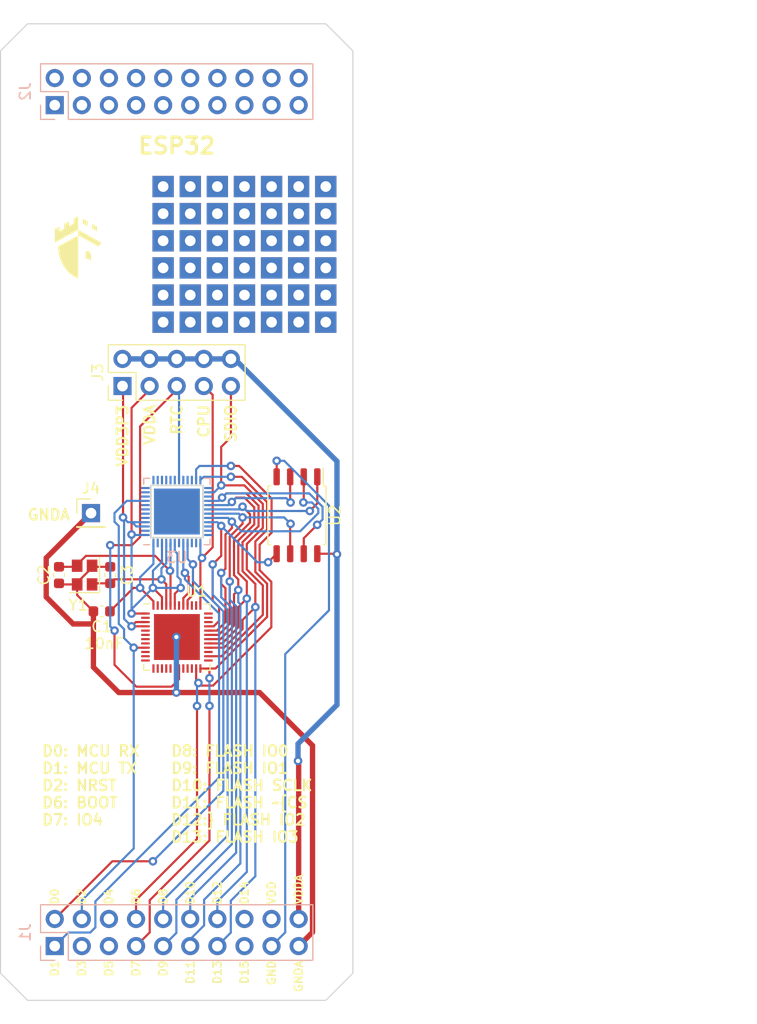
<source format=kicad_pcb>
(kicad_pcb (version 20210424) (generator pcbnew)
  (title_block (title "Scaffold ESP32 daughterboard") (date "2021-03-05") (company "LEDGER SAS"))
  (layers (0 "F.Cu" signal) (31 "B.Cu" signal) (34 "B.Paste" user) (35 "F.Paste" user) (36 "B.SilkS" user "B.Silkscreen") (37 "F.SilkS" user "F.Silkscreen") (38 "B.Mask" user) (39 "F.Mask" user) (44 "Edge.Cuts" user))
  (net 0 "")
  (net 2 "GNDA")
  (net 3 "+3V3")
  (net 4 "/D1_MCU_TX")
  (net 5 "/D0_MCU_RX")
  (net 6 "/D2_NRST")
  (net 7 "/D3_MCU_PC0")
  (net 8 "Net-(C1-Pad1)")
  (net 9 "Net-(C2-Pad2)")
  (net 11 "/D7_IO4")
  (net 12 "/D6_BOOT")
  (net 13 "/D9_FLASH_IO1")
  (net 14 "/D8_FLASH_IO0")
  (net 15 "/D11_FLASH_~CS")
  (net 16 "/D10_FLASH_SCLK")
  (net 17 "/D13_FLASH_IO3")
  (net 18 "/D12_FLASH_IO2")
  (net 21 "GND")
  (net 43 "Net-(J3-Pad3)")
  (net 44 "Net-(J3-Pad5)")
  (net 45 "Net-(J3-Pad7)")
  (net 46 "Net-(J3-Pad9)")
  (net 87 "Net-(C3-Pad1)")
  (net 142 "Net-(J3-Pad1)")
  (footprint "mykicadlibs:TEST_BREADBOARD_RECTANGULAR" (layer "F.Cu") (at 76.2 83.82)
    (fp_text reference "TP8" hide)
    (fp_text value "TestPoint" hide)
  )
  (footprint "mykicadlibs:TEST_BREADBOARD_RECTANGULAR" (layer "F.Cu") (at 60.96 86.36)
    (fp_text reference "TP30" hide)
    (fp_text value "TestPoint" hide)
  )
  (footprint "mykicadlibs:TEST_BREADBOARD_RECTANGULAR" (layer "F.Cu") (at 73.66 83.82)
    (fp_text reference "TP42" hide)
    (fp_text value "TestPoint" hide)
  )
  (footprint "mykicadlibs:TEST_BREADBOARD_RECTANGULAR" (layer "F.Cu") (at 66.04 96.52)
    (fp_text reference "TP41" hide)
    (fp_text value "TestPoint" hide)
  )
  (footprint "mykicadlibs:TEST_BREADBOARD_RECTANGULAR" (layer "F.Cu") (at 63.5 86.36)
    (fp_text reference "TP40" hide)
    (fp_text value "TestPoint" hide)
  )
  (footprint "mykicadlibs:TEST_BREADBOARD_RECTANGULAR" (layer "F.Cu") (at 71.12 83.82)
    (fp_text reference "TP1" hide)
    (fp_text value "TestPoint" hide)
  )
  (footprint "mykicadlibs:TEST_BREADBOARD_RECTANGULAR" (layer "F.Cu") (at 60.96 96.52)
    (fp_text reference "TP2" hide)
    (fp_text value "TestPoint" hide)
  )
  (footprint "mykicadlibs:TEST_BREADBOARD_RECTANGULAR" (layer "F.Cu") (at 68.58 96.52)
    (fp_text reference "TP3" hide)
    (fp_text value "TestPoint" hide)
  )
  (footprint "mykicadlibs:TEST_BREADBOARD_RECTANGULAR" (layer "F.Cu") (at 66.04 86.36)
    (fp_text reference "TP4" hide)
    (fp_text value "TestPoint" hide)
  )
  (footprint "mykicadlibs:TEST_BREADBOARD_RECTANGULAR" (layer "F.Cu") (at 68.58 83.82)
    (fp_text reference "TP5" hide)
    (fp_text value "TestPoint" hide)
  )
  (footprint "mykicadlibs:TEST_BREADBOARD_RECTANGULAR" (layer "F.Cu") (at 63.5 96.52)
    (fp_text reference "TP6" hide)
    (fp_text value "TestPoint" hide)
  )
  (footprint "mykicadlibs:TEST_BREADBOARD_RECTANGULAR" (layer "F.Cu") (at 71.12 96.52)
    (fp_text reference "TP7" hide)
    (fp_text value "TestPoint" hide)
  )
  (footprint "mykicadlibs:TEST_BREADBOARD_RECTANGULAR" (layer "F.Cu") (at 68.58 93.98)
    (fp_text reference "TP9" hide)
    (fp_text value "TestPoint" hide)
  )
  (footprint "mykicadlibs:TEST_BREADBOARD_RECTANGULAR" (layer "F.Cu") (at 68.58 86.36)
    (fp_text reference "TP10" hide)
    (fp_text value "TestPoint" hide)
  )
  (footprint "mykicadlibs:TEST_BREADBOARD_RECTANGULAR" (layer "F.Cu") (at 66.04 83.82)
    (fp_text reference "TP11" hide)
    (fp_text value "TestPoint" hide)
  )
  (footprint "mykicadlibs:TEST_BREADBOARD_RECTANGULAR" (layer "F.Cu") (at 76.2 96.52)
    (fp_text reference "TP12" hide)
    (fp_text value "TestPoint" hide)
  )
  (footprint "mykicadlibs:TEST_BREADBOARD_RECTANGULAR" (layer "F.Cu") (at 73.66 96.52)
    (fp_text reference "TP13" hide)
    (fp_text value "TestPoint" hide)
  )
  (footprint "mykicadlibs:TEST_BREADBOARD_RECTANGULAR" (layer "F.Cu") (at 71.12 93.98)
    (fp_text reference "TP14" hide)
    (fp_text value "TestPoint" hide)
  )
  (footprint "mykicadlibs:TEST_BREADBOARD_RECTANGULAR" (layer "F.Cu") (at 71.12 86.36)
    (fp_text reference "TP15" hide)
    (fp_text value "TestPoint" hide)
  )
  (footprint "mykicadlibs:TEST_BREADBOARD_RECTANGULAR" (layer "F.Cu") (at 63.5 83.82)
    (fp_text reference "TP16" hide)
    (fp_text value "TestPoint" hide)
  )
  (footprint "mykicadlibs:TEST_BREADBOARD_RECTANGULAR" (layer "F.Cu") (at 60.96 93.98)
    (fp_text reference "TP18" hide)
    (fp_text value "TestPoint" hide)
  )
  (footprint "mykicadlibs:TEST_BREADBOARD_RECTANGULAR" (layer "F.Cu") (at 66.04 93.98)
    (fp_text reference "TP38" hide)
    (fp_text value "TestPoint" hide)
  )
  (footprint "mykicadlibs:TEST_BREADBOARD_RECTANGULAR" (layer "F.Cu") (at 60.96 91.44)
    (fp_text reference "TP19" hide)
    (fp_text value "TestPoint" hide)
  )
  (footprint "mykicadlibs:TEST_BREADBOARD_RECTANGULAR" (layer "F.Cu") (at 73.66 86.36)
    (fp_text reference "TP20" hide)
    (fp_text value "TestPoint" hide)
  )
  (footprint "mykicadlibs:TEST_BREADBOARD_RECTANGULAR" (layer "F.Cu") (at 60.96 83.82)
    (fp_text reference "TP21" hide)
    (fp_text value "TestPoint" hide)
  )
  (footprint "mykicadlibs:TEST_BREADBOARD_RECTANGULAR" (layer "F.Cu") (at 63.5 93.98)
    (fp_text reference "TP22" hide)
    (fp_text value "TestPoint" hide)
  )
  (footprint "mykicadlibs:TEST_BREADBOARD_RECTANGULAR" (layer "F.Cu") (at 73.66 93.98)
    (fp_text reference "TP23" hide)
    (fp_text value "TestPoint" hide)
  )
  (footprint "mykicadlibs:TEST_BREADBOARD_RECTANGULAR" (layer "F.Cu") (at 66.04 91.44)
    (fp_text reference "TP24" hide)
    (fp_text value "TestPoint" hide)
  )
  (footprint "mykicadlibs:TEST_BREADBOARD_RECTANGULAR" (layer "F.Cu") (at 76.2 86.36)
    (fp_text reference "TP25" hide)
    (fp_text value "TestPoint" hide)
  )
  (footprint "mykicadlibs:TEST_BREADBOARD_RECTANGULAR" (layer "F.Cu") (at 60.96 88.9)
    (fp_text reference "TP26" hide)
    (fp_text value "TestPoint" hide)
  )
  (footprint "mykicadlibs:TEST_BREADBOARD_RECTANGULAR" (layer "F.Cu") (at 71.12 91.44)
    (fp_text reference "TP27" hide)
    (fp_text value "TestPoint" hide)
  )
  (footprint "mykicadlibs:TEST_BREADBOARD_RECTANGULAR" (layer "F.Cu") (at 76.2 93.98)
    (fp_text reference "TP28" hide)
    (fp_text value "TestPoint" hide)
  )
  (footprint "mykicadlibs:TEST_BREADBOARD_RECTANGULAR" (layer "F.Cu") (at 68.58 91.44)
    (fp_text reference "TP17" hide)
    (fp_text value "TestPoint" hide)
  )
  (footprint "mykicadlibs:TEST_BREADBOARD_RECTANGULAR" (layer "F.Cu") (at 68.58 88.9)
    (fp_text reference "TP39" hide)
    (fp_text value "TestPoint" hide)
  )
  (footprint "mykicadlibs:TEST_BREADBOARD_RECTANGULAR" (layer "F.Cu") (at 63.5 88.9)
    (fp_text reference "TP37" hide)
    (fp_text value "TestPoint" hide)
  )
  (footprint "mykicadlibs:TEST_BREADBOARD_RECTANGULAR" (layer "F.Cu") (at 73.66 91.44)
    (fp_text reference "TP36" hide)
    (fp_text value "TestPoint" hide)
  )
  (footprint "mykicadlibs:TEST_BREADBOARD_RECTANGULAR" (layer "F.Cu") (at 63.5 91.44)
    (fp_text reference "TP35" hide)
    (fp_text value "TestPoint" hide)
  )
  (footprint "mykicadlibs:TEST_BREADBOARD_RECTANGULAR" (layer "F.Cu") (at 73.66 88.9)
    (fp_text reference "TP34" hide)
    (fp_text value "TestPoint" hide)
  )
  (footprint "mykicadlibs:TEST_BREADBOARD_RECTANGULAR" (layer "F.Cu") (at 66.04 88.9)
    (fp_text reference "TP33" hide)
    (fp_text value "TestPoint" hide)
  )
  (footprint "mykicadlibs:TEST_BREADBOARD_RECTANGULAR" (layer "F.Cu") (at 76.2 91.44)
    (fp_text reference "TP32" hide)
    (fp_text value "TestPoint" hide)
  )
  (footprint "mykicadlibs:TEST_BREADBOARD_RECTANGULAR" (layer "F.Cu") (at 76.2 88.9)
    (fp_text reference "TP31" hide)
    (fp_text value "TestPoint" hide)
  )
  (footprint "mykicadlibs:TEST_BREADBOARD_RECTANGULAR" (layer "F.Cu") (at 71.12 88.9)
    (fp_text reference "TP29" hide)
    (fp_text value "TestPoint" hide)
  )
  (footprint "mykicadlibs:donjon-2000" (layer "F.Cu") (at 53 89.5)
    (fp_text reference "LOGO1" hide)
    (fp_text value "DUNGEON_LOGO" hide)
  )
  (footprint "Crystal:Crystal_SMD_2520-4Pin_2.5x2.0mm" (layer "F.Cu") (at 53.6 120.2 90)
    (fp_text reference "Y1")
    (fp_text value "40M")
  )
  (footprint "Connector_PinHeader_2.54mm:PinHeader_2x05_P2.54mm_Vertical" (layer "F.Cu") (at 57.15 102.5 90)
    (fp_text reference "J3")
    (fp_text value "Conn_02x05_Odd_Even")
  )
  (footprint "Package_DFN_QFN:QFN-48-1EP_6x6mm_P0.4mm_EP4.3x4.3mm" (layer "F.Cu") (at 62.25 126)
    (fp_text reference "U1")
    (fp_text value "ESP32")
  )
  (footprint "Package_SO:SOP-8_5.28x5.23mm_P1.27mm" (layer "F.Cu") (at 73.5 114.6 -90)
    (fp_text reference "U2")
    (fp_text value "GD25Q32C")
  )
  (footprint "Connector_PinHeader_2.54mm:PinHeader_1x01_P2.54mm_Vertical" (layer "F.Cu") (at 54.2 114.4)
    (fp_text reference "J4")
    (fp_text value "Conn_01x01")
  )
  (footprint "Capacitor_SMD:C_0603_1608Metric" (layer "F.Cu") (at 51.2 120.2 90)
    (fp_text reference "C2")
    (fp_text value "12p")
  )
  (footprint "Capacitor_SMD:C_0603_1608Metric" (layer "F.Cu") (at 55.2 123.6 180)
    (fp_text reference "C1")
    (fp_text value "10n")
  )
  (footprint "Capacitor_SMD:C_0603_1608Metric" (layer "F.Cu") (at 56 120.2 90)
    (fp_text reference "C3")
    (fp_text value "12p")
  )
  (footprint "Package_DFN_QFN:QFN-48-1EP_6x6mm_P0.4mm_EP4.3x4.3mm" (layer "B.Cu") (at 62.25 114.25)
    (fp_text reference "U3")
    (fp_text value "ESP32")
  )
  (footprint "Connector_PinSocket_2.54mm:PinSocket_2x10_P2.54mm_Vertical" (layer "B.Cu") (at 50.8 76.2 -90)
    (fp_text reference "J2")
    (fp_text value "Conn_02x10_Odd_Even")
  )
  (footprint "Connector_PinSocket_2.54mm:PinSocket_2x10_P2.54mm_Vertical" (layer "B.Cu") (at 50.8 154.94 -90)
    (fp_text reference "J1")
    (fp_text value "Conn_02x10_Odd_Even")
  )
  (gr_line (start 45.72 157.48) (end 45.72 71.12) (layer "Edge.Cuts") (width 0.1))
  (gr_line (start 48.26 160.02) (end 45.72 157.48) (layer "Edge.Cuts") (width 0.1))
  (gr_line (start 76.2 68.58) (end 78.74 71.12) (layer "Edge.Cuts") (width 0.1))
  (gr_line (start 78.74 71.12) (end 78.74 157.48) (layer "Edge.Cuts") (width 0.1))
  (gr_line (start 78.74 157.48) (end 76.2 160.02) (layer "Edge.Cuts") (width 0.1))
  (gr_line (start 48.26 68.58) (end 76.2 68.58) (layer "Edge.Cuts") (width 0.1))
  (gr_line (start 76.2 160.02) (end 48.26 160.02) (layer "Edge.Cuts") (width 0.1))
  (gr_rect (start 59.8 111.8) (end 64.7 116.7) (layer "Edge.Cuts") (width 0.15) (fill none))
  (gr_line (start 45.72 71.12) (end 48.26 68.58) (layer "Edge.Cuts") (width 0.1))
  (gr_text "GNDA" (at 73.66 156.21 90) (layer "F.SilkS") (effects (font (size 0.75 0.75)) (justify right)))
  (gr_text "GND" (at 71.12 156.21 90) (layer "F.SilkS") (effects (font (size 0.75 0.75)) (justify right)))
  (gr_text "D15" (at 68.58 156.21 90) (layer "F.SilkS") (effects (font (size 0.75 0.75)) (justify right)))
  (gr_text "D13" (at 66.04 156.21 90) (layer "F.SilkS") (effects (font (size 0.75 0.75)) (justify right)))
  (gr_text "D11" (at 63.5 156.21 90) (layer "F.SilkS") (effects (font (size 0.75 0.75)) (justify right)))
  (gr_text "D9" (at 60.96 156.21 90) (layer "F.SilkS") (effects (font (size 0.75 0.75)) (justify right)))
  (gr_text "D7" (at 58.42 156.21 90) (layer "F.SilkS") (effects (font (size 0.75 0.75)) (justify right)))
  (gr_text "D5" (at 55.88 156.21 90) (layer "F.SilkS") (effects (font (size 0.75 0.75)) (justify right)))
  (gr_text "D3" (at 53.34 156.21 90) (layer "F.SilkS") (effects (font (size 0.75 0.75)) (justify right)))
  (gr_text "D1" (at 50.8 156.21 90) (layer "F.SilkS") (effects (font (size 0.75 0.75)) (justify right)))
  (gr_text "D0" (at 50.8 151.13 90) (layer "F.SilkS") (effects (font (size 0.75 0.75)) (justify left)))
  (gr_text "D2" (at 53.34 151.13 90) (layer "F.SilkS") (effects (font (size 0.75 0.75)) (justify left)))
  (gr_text "D4" (at 55.88 151.13 90) (layer "F.SilkS") (effects (font (size 0.75 0.75)) (justify left)))
  (gr_text "D6" (at 58.42 151.13 90) (layer "F.SilkS") (effects (font (size 0.75 0.75)) (justify left)))
  (gr_text "D8" (at 60.96 151.13 90) (layer "F.SilkS") (effects (font (size 0.75 0.75)) (justify left)))
  (gr_text "D10" (at 63.5 151.13 90) (layer "F.SilkS") (effects (font (size 0.75 0.75)) (justify left)))
  (gr_text "D12" (at 66.04 151.13 90) (layer "F.SilkS") (effects (font (size 0.75 0.75)) (justify left)))
  (gr_text "D14" (at 68.58 151.13 90) (layer "F.SilkS") (effects (font (size 0.75 0.75)) (justify left)))
  (gr_text "VDD" (at 71.12 151.13 90) (layer "F.SilkS") (effects (font (size 0.75 0.75)) (justify left)))
  (gr_text "VDDA" (at 73.66 151.13 90) (layer "F.SilkS") (effects (font (size 0.75 0.75)) (justify left)))
  (gr_text "VDDA" (at 59.69 104.14 90) (layer "F.SilkS") (effects (font (size 1 1) (thickness 0.2)) (justify right)))
  (gr_text "D0: MCU RX\nD1: MCU TX\nD2: NRST\nD6: BOOT\nD7: IO4\n" (at 49.5 139.9) (layer "F.SilkS") (effects (font (size 1 1) (thickness 0.2)) (justify left)))
  (gr_text "RTC" (at 62.23 104.14 90) (layer "F.SilkS") (effects (font (size 1 1) (thickness 0.2)) (justify right)))
  (gr_text "ESP32" (at 62.23 80.01) (layer "F.SilkS") (effects (font (size 1.5 1.5) (thickness 0.3))))
  (gr_text "10nF" (at 53.5 126.6) (layer "F.SilkS") (effects (font (size 1 1)) (justify left)))
  (gr_text "SDIO" (at 67.31 104.14 90) (layer "F.SilkS") (effects (font (size 1 1) (thickness 0.2)) (justify right)))
  (gr_text "D8: FLASH IO0\nD9: FLASH IO1\nD10: FLASH SCLK\nD11: FLASH ~CS\nD12: FLASH IO2\nD13: FLASH IO3\n" (at 61.6 140.7) (layer "F.SilkS") (effects (font (size 1 1) (thickness 0.2)) (justify left)))
  (gr_text "VDD3P3" (at 57.15 104.14 90) (layer "F.SilkS") (effects (font (size 1 1) (thickness 0.2)) (justify right)))
  (gr_text "GNDA" (at 52.324 114.554) (layer "F.SilkS") (effects (font (size 1 1) (thickness 0.2)) (justify right)))
  (gr_text "CPU" (at 64.77 104.14 90) (layer "F.SilkS") (effects (font (size 1 1) (thickness 0.2)) (justify right)))
  (segment (start 74.960001 153.639999) (end 74.960001 136.160001) (width 0.5) (layer "F.Cu") (net 2))
  (segment (start 74.960001 136.160001) (end 70 131.2) (width 0.5) (layer "F.Cu") (net 2))
  (segment (start 54.425 123.6) (end 52.9 122.075) (width 0.2) (layer "F.Cu") (net 2))
  (segment (start 51.3 121.075) (end 51.2 120.975) (width 0.2) (layer "F.Cu") (net 2))
  (segment (start 73.66 154.94) (end 74.960001 153.639999) (width 0.5) (layer "F.Cu") (net 2))
  (segment (start 54.425 124.775) (end 54.425 123.6) (width 0.5) (layer "F.Cu") (net 2))
  (segment (start 54.3 119.5) (end 52.9 120.9) (width 0.2) (layer "F.Cu") (net 2))
  (segment (start 62.25 126) (end 62.2 126) (width 0.5) (layer "F.Cu") (net 2))
  (segment (start 56 119.425) (end 54.4 119.425) (width 0.2) (layer "F.Cu") (net 2))
  (segment (start 56.8 131.2) (end 54.425 128.825) (width 0.5) (layer "F.Cu") (net 2))
  (segment (start 52.9 121.075) (end 51.3 121.075) (width 0.2) (layer "F.Cu") (net 2))
  (segment (start 52.9 120.9) (end 52.9 121.075) (width 0.2) (layer "F.Cu") (net 2))
  (segment (start 52.52498 124.775) (end 54.425 124.775) (width 0.5) (layer "F.Cu") (net 2))
  (segment (start 62.2 131.2) (end 56.8 131.2) (width 0.5) (layer "F.Cu") (net 2))
  (segment (start 54.3 119.325) (end 54.3 119.5) (width 0.2) (layer "F.Cu") (net 2))
  (segment (start 54.425 128.825) (end 54.425 124.775) (width 0.5) (layer "F.Cu") (net 2))
  (segment (start 50 122.25002) (end 52.52498 124.775) (width 0.5) (layer "F.Cu") (net 2))
  (segment (start 50 118.6) (end 50 122.25002) (width 0.5) (layer "F.Cu") (net 2))
  (segment (start 54.2 114.4) (end 50 118.6) (width 0.5) (layer "F.Cu") (net 2))
  (segment (start 52.9 122.075) (end 52.9 121.075) (width 0.2) (layer "F.Cu") (net 2))
  (segment (start 70 131.2) (end 62.2 131.2) (width 0.5) (layer "F.Cu") (net 2))
  (segment (start 54.4 119.425) (end 54.3 119.325) (width 0.2) (layer "F.Cu") (net 2))
  (via (at 62.2 126) (size 0.8) (drill 0.4) (layers "F.Cu" "B.Cu") (net 2))
  (via (at 62.2 131.2) (size 0.8) (drill 0.4) (layers "F.Cu" "B.Cu") (net 2))
  (segment (start 62.2 131) (end 62.2 131.2) (width 0.5) (layer "B.Cu") (net 2))
  (segment (start 62.2 126) (end 62.2 131) (width 0.5) (layer "B.Cu") (net 2))
  (segment (start 73.66 137.66) (end 73.6 137.6) (width 0.5) (layer "F.Cu") (net 3))
  (segment (start 73.66 152.4) (end 73.66 137.66) (width 0.5) (layer "F.Cu") (net 3))
  (segment (start 75.405 118.2) (end 77.2 118.2) (width 0.2) (layer "F.Cu") (net 3))
  (segment (start 77.2 118.2) (end 77.25 118.25) (width 0.2) (layer "F.Cu") (net 3))
  (via (at 73.6 137.6) (size 0.8) (drill 0.4) (layers "F.Cu" "B.Cu") (net 3))
  (via (at 77.25 118.25) (size 0.8) (drill 0.4) (layers "F.Cu" "B.Cu") (net 3))
  (segment (start 77.25 132.35) (end 77.25 118.25) (width 0.5) (layer "B.Cu") (net 3))
  (segment (start 77.25 117.25) (end 77.25 109.55) (width 0.5) (layer "B.Cu") (net 3))
  (segment (start 67.66 99.96) (end 57.5 99.96) (width 0.5) (layer "B.Cu") (net 3))
  (segment (start 77.25 109.55) (end 67.66 99.96) (width 0.5) (layer "B.Cu") (net 3))
  (segment (start 73.6 137.6) (end 73.6 136) (width 0.5) (layer "B.Cu") (net 3))
  (segment (start 73.6 136) (end 77.25 132.35) (width 0.5) (layer "B.Cu") (net 3))
  (segment (start 77.25 118.25) (end 77.25 117.25) (width 0.5) (layer "B.Cu") (net 3))
  (segment (start 62.85 122.35) (end 63.34999 121.85001) (width 0.2) (layer "F.Cu") (net 4))
  (segment (start 63.34999 121.85001) (end 63.34999 120.34999) (width 0.2) (layer "F.Cu") (net 4))
  (segment (start 62.85 123.05) (end 62.85 122.35) (width 0.2) (layer "F.Cu") (net 4))
  (segment (start 63.34999 120.34999) (end 63 120) (width 0.2) (layer "F.Cu") (net 4))
  (via (at 63 120) (size 0.8) (drill 0.4) (layers "F.Cu" "B.Cu") (net 4))
  (segment (start 66.2 139.159) (end 66.2 123.8) (width 0.2) (layer "B.Cu") (net 4))
  (segment (start 52.07 153.67) (end 54.13 153.67) (width 0.2) (layer "B.Cu") (net 4))
  (segment (start 62.85 119.85) (end 62.85 117.2) (width 0.2) (layer "B.Cu") (net 4))
  (segment (start 54.61 150.749) (end 66.2 139.159) (width 0.2) (layer "B.Cu") (net 4))
  (segment (start 66.2 123.8) (end 63 120.6) (width 0.2) (layer "B.Cu") (net 4))
  (segment (start 54.13 153.67) (end 54.61 153.19) (width 0.2) (layer "B.Cu") (net 4))
  (segment (start 54.61 153.19) (end 54.61 150.749) (width 0.2) (layer "B.Cu") (net 4))
  (segment (start 50.8 154.94) (end 52.07 153.67) (width 0.2) (layer "B.Cu") (net 4))
  (segment (start 63 120) (end 62.85 119.85) (width 0.2) (layer "B.Cu") (net 4))
  (segment (start 63 120.6) (end 63 120) (width 0.2) (layer "B.Cu") (net 4))
  (segment (start 63.75 122.05) (end 63.75 119.2) (width 0.2) (layer "F.Cu") (net 5))
  (segment (start 59 147) (end 60 147) (width 0.2) (layer "F.Cu") (net 5))
  (segment (start 63.25 122.55) (end 63.75 122.05) (width 0.2) (layer "F.Cu") (net 5))
  (segment (start 56.2 147) (end 59 147) (width 0.2) (layer "F.Cu") (net 5))
  (segment (start 63.25 123.05) (end 63.25 122.55) (width 0.2) (layer "F.Cu") (net 5))
  (segment (start 50.8 152.4) (end 56.2 147) (width 0.2) (layer "F.Cu") (net 5))
  (via (at 60 147) (size 0.8) (drill 0.4) (layers "F.Cu" "B.Cu") (net 5))
  (via (at 63.75 119.2) (size 0.8) (drill 0.4) (layers "F.Cu" "B.Cu") (net 5))
  (segment (start 63.75 120.75) (end 63.75 119.2) (width 0.2) (layer "B.Cu") (net 5))
  (segment (start 63.75 119.2) (end 63.25 118.7) (width 0.2) (layer "B.Cu") (net 5))
  (segment (start 63.25 118.7) (end 63.25 117.2) (width 0.2) (layer "B.Cu") (net 5))
  (segment (start 66.6 140.4) (end 66.6 123.6) (width 0.2) (layer "B.Cu") (net 5))
  (segment (start 66.6 123.6) (end 63.75 120.75) (width 0.2) (layer "B.Cu") (net 5))
  (segment (start 63.65 143.35) (end 60 147) (width 0.2) (layer "B.Cu") (net 5))
  (segment (start 63 144) (end 63.65 143.35) (width 0.2) (layer "B.Cu") (net 5))
  (segment (start 63.65 143.35) (end 66.6 140.4) (width 0.2) (layer "B.Cu") (net 5))
  (segment (start 58.2 127) (end 59.3 127) (width 0.2) (layer "F.Cu") (net 6))
  (segment (start 52.832 151.892) (end 53.34 152.4) (width 0.25) (layer "F.Cu") (net 6))
  (via (at 58.2 127) (size 0.8) (drill 0.4) (layers "F.Cu" "B.Cu") (net 6))
  (segment (start 56.4 114.4) (end 57.55 113.25) (width 0.2) (layer "B.Cu") (net 6))
  (segment (start 53.34 150.66) (end 53.34 152.4) (width 0.2) (layer "B.Cu") (net 6))
  (segment (start 57.55 113.25) (end 59.3 113.25) (width 0.2) (layer "B.Cu") (net 6))
  (segment (start 58.2 127) (end 57.299999 126.099999) (width 0.2) (layer "B.Cu") (net 6))
  (segment (start 58.2 145.8) (end 53.34 150.66) (width 0.2) (layer "B.Cu") (net 6))
  (segment (start 58.2 127) (end 58.2 145.8) (width 0.2) (layer "B.Cu") (net 6))
  (segment (start 57.299999 125.263997) (end 56.8 124.763998) (width 0.2) (layer "B.Cu") (net 6))
  (segment (start 56.8 115.6) (end 56.4 115.2) (width 0.2) (layer "B.Cu") (net 6))
  (segment (start 56.8 124.763998) (end 56.8 115.6) (width 0.2) (layer "B.Cu") (net 6))
  (segment (start 56.4 115.2) (end 56.4 114.4) (width 0.2) (layer "B.Cu") (net 6))
  (segment (start 57.299999 126.099999) (end 57.299999 125.263997) (width 0.2) (layer "B.Cu") (net 6))
  (segment (start 60.05 123.05) (end 60.05 122.65) (width 0.2) (layer "F.Cu") (net 8))
  (segment (start 60.05 122.65) (end 58.8 121.4) (width 0.2) (layer "F.Cu") (net 8))
  (segment (start 58.8 121.4) (end 58.175 121.4) (width 0.2) (layer "F.Cu") (net 8))
  (segment (start 58.175 121.4) (end 55.975 123.6) (width 0.2) (layer "F.Cu") (net 8))
  (via (at 58.8 121.4) (size 0.8) (drill 0.4) (layers "F.Cu" "B.Cu") (net 8))
  (segment (start 60.05 119.15) (end 60.05 117.2) (width 0.2) (layer "B.Cu") (net 8))
  (segment (start 58.8 120.4) (end 60.05 119.15) (width 0.2) (layer "B.Cu") (net 8))
  (segment (start 58.8 121.4) (end 58.8 120.4) (width 0.2) (layer "B.Cu") (net 8))
  (segment (start 61.599999 119.8) (end 60.199999 118.4) (width 0.2) (layer "F.Cu") (net 9))
  (segment (start 52.8 119.425) (end 52.9 119.325) (width 0.2) (layer "F.Cu") (net 9))
  (segment (start 61.65 119.850001) (end 61.599999 119.8) (width 0.2) (layer "F.Cu") (net 9))
  (segment (start 51.2 119.425) (end 52.8 119.425) (width 0.2) (layer "F.Cu") (net 9))
  (segment (start 52.9 119.22572) (end 52.9 119.325) (width 0.2) (layer "F.Cu") (net 9))
  (segment (start 53.72572 118.4) (end 52.9 119.22572) (width 0.2) (layer "F.Cu") (net 9))
  (segment (start 60.199999 118.4) (end 53.72572 118.4) (width 0.2) (layer "F.Cu") (net 9))
  (segment (start 61.65 123.05) (end 61.65 119.850001) (width 0.2) (layer "F.Cu") (net 9))
  (via (at 61.599999 119.8) (size 0.8) (drill 0.4) (layers "F.Cu" "B.Cu") (net 9))
  (segment (start 61.65 119.749999) (end 61.65 117.2) (width 0.2) (layer "B.Cu") (net 9))
  (segment (start 61.599999 119.8) (end 61.65 119.749999) (width 0.2) (layer "B.Cu") (net 9))
  (segment (start 70.699031 124.118969) (end 69.199568 125.618432) (width 0.2) (layer "F.Cu") (net 11))
  (segment (start 69.6 117.051428) (end 69.6 119.904982) (width 0.2) (layer "F.Cu") (net 11))
  (segment (start 64.45 128.95) (end 64.45 129) (width 0.2) (layer "F.Cu") (net 11))
  (segment (start 65.3 145.05) (end 59.7 150.65) (width 0.2) (layer "F.Cu") (net 11))
  (segment (start 69.199568 125.618432) (end 69.088 125.73) (width 0.2) (layer "F.Cu") (net 11))
  (segment (start 59.7 150.65) (end 59.7 153.66) (width 0.2) (layer "F.Cu") (net 11))
  (segment (start 65.868 128.95) (end 65.3 128.95) (width 0.2) (layer "F.Cu") (net 11))
  (segment (start 70.699549 113.367147) (end 70.699545 115.952575) (width 0.2) (layer "F.Cu") (net 11))
  (segment (start 69.199568 125.618432) (end 65.868 128.95) (width 0.2) (layer "F.Cu") (net 11))
  (segment (start 65.3 128.95) (end 64.45 128.95) (width 0.2) (layer "F.Cu") (net 11))
  (segment (start 70.699545 115.952575) (end 70.465512 116.186608) (width 0.2) (layer "F.Cu") (net 11))
  (segment (start 70.46482 116.186608) (end 69.6 117.051428) (width 0.2) (layer "F.Cu") (net 11))
  (segment (start 67.31 110.998) (end 68.330402 110.998) (width 0.2) (layer "F.Cu") (net 11))
  (segment (start 59.7 153.66) (end 58.42 154.94) (width 0.2) (layer "F.Cu") (net 11))
  (segment (start 69.6 119.904982) (end 70.699031 121.004013) (width 0.2) (layer "F.Cu") (net 11))
  (segment (start 68.330402 110.998) (end 70.699549 113.367147) (width 0.2) (layer "F.Cu") (net 11))
  (segment (start 70.699031 121.004013) (end 70.699031 124.118969) (width 0.2) (layer "F.Cu") (net 11))
  (segment (start 70.465512 116.186608) (end 70.46482 116.186608) (width 0.2) (layer "F.Cu") (net 11))
  (segment (start 65.3 132.45) (end 65.3 145.05) (width 0.2) (layer "F.Cu") (net 11))
  (segment (start 65.3 129.85) (end 65.3 128.95) (width 0.2) (layer "F.Cu") (net 11))
  (via (at 67.31 110.998) (size 0.8) (drill 0.4) (layers "F.Cu" "B.Cu") (net 11))
  (via (at 65.3 129.85) (size 0.8) (drill 0.4) (layers "F.Cu" "B.Cu") (net 11))
  (via (at 65.3 132.45) (size 0.8) (drill 0.4) (layers "F.Cu" "B.Cu") (net 11))
  (segment (start 65.3 129.85) (end 65.3 132.45) (width 0.2) (layer "B.Cu") (net 11))
  (segment (start 64.752 110.998) (end 64.45 111.3) (width 0.2) (layer "B.Cu") (net 11))
  (segment (start 67.31 110.998) (end 64.752 110.998) (width 0.2) (layer "B.Cu") (net 11))
  (segment (start 70 117.35221) (end 70 119.739976) (width 0.2) (layer "F.Cu") (net 12))
  (segment (start 64.05 129.752) (end 64.05 128.95) (width 0.2) (layer "F.Cu") (net 12))
  (segment (start 68.072 109.982) (end 71.12 113.03) (width 0.2) (layer "F.Cu") (net 12))
  (segment (start 58.42 150.622) (end 64.135 144.907) (width 0.2) (layer "F.Cu") (net 12))
  (segment (start 67.31 109.982) (end 68.072 109.982) (width 0.2) (layer "F.Cu") (net 12))
  (segment (start 64.509511 130.549511) (end 64.262 130.302) (width 0.2) (layer "F.Cu") (net 12))
  (segment (start 64.262 130.302) (end 64.05 130.09) (width 0.2) (layer "F.Cu") (net 12))
  (segment (start 64.135 144.907) (end 64.135 132.461) (width 0.2) (layer "F.Cu") (net 12))
  (segment (start 71.09855 120.838526) (end 71.09855 125.086727) (width 0.2) (layer "F.Cu") (net 12))
  (segment (start 58.42 152.4) (end 58.42 150.622) (width 0.2) (layer "F.Cu") (net 12))
  (segment (start 71.12 116.23221) (end 70 117.35221) (width 0.2) (layer "F.Cu") (net 12))
  (segment (start 71.12 113.03) (end 71.12 116.23221) (width 0.2) (layer "F.Cu") (net 12))
  (segment (start 64.135 132.207) (end 64.135 132.461) (width 0.2) (layer "F.Cu") (net 12))
  (segment (start 71.09855 125.086727) (end 65.635766 130.549511) (width 0.2) (layer "F.Cu") (net 12))
  (segment (start 65.635766 130.549511) (end 64.509511 130.549511) (width 0.2) (layer "F.Cu") (net 12))
  (segment (start 70 119.739976) (end 71.09855 120.838526) (width 0.2) (layer "F.Cu") (net 12))
  (segment (start 64.05 130.09) (end 64.05 129.752) (width 0.2) (layer "F.Cu") (net 12))
  (via (at 64.262 130.302) (size 0.8) (drill 0.4) (layers "F.Cu" "B.Cu") (net 12))
  (via (at 67.31 109.982) (size 0.8) (drill 0.4) (layers "F.Cu" "B.Cu") (net 12))
  (via (at 64.135 132.461) (size 0.8) (drill 0.4) (layers "F.Cu" "B.Cu") (net 12))
  (segment (start 64.135 130.429) (end 64.262 130.302) (width 0.2) (layer "B.Cu") (net 12))
  (segment (start 64.368 109.982) (end 64.35 110) (width 0.2) (layer "B.Cu") (net 12))
  (segment (start 67.31 109.982) (end 64.368 109.982) (width 0.2) (layer "B.Cu") (net 12))
  (segment (start 64.368 109.982) (end 64.05 110.3) (width 0.2) (layer "B.Cu") (net 12))
  (segment (start 64.135 132.461) (end 64.135 130.429) (width 0.2) (layer "B.Cu") (net 12))
  (segment (start 64.05 110.3) (end 64.05 111.3) (width 0.2) (layer "B.Cu") (net 12))
  (segment (start 66.8 124.6) (end 66.8 121.435277) (width 0.2) (layer "F.Cu") (net 13))
  (segment (start 66.8 116.4) (end 66.8 119.6) (width 0.2) (layer "F.Cu") (net 13))
  (segment (start 74.1 113.4) (end 74.135 113.365) (width 0.2) (layer "F.Cu") (net 13))
  (segment (start 66.8 124.6) (end 66 125.4) (width 0.2) (layer "F.Cu") (net 13))
  (segment (start 66.8 116.4) (end 67.4 115.8) (width 0.2) (layer "F.Cu") (net 13))
  (segment (start 74.135 113.365) (end 74.135 111) (width 0.2) (layer "F.Cu") (net 13))
  (segment (start 74.135 111.975) (end 74.135 111) (width 0.2) (layer "F.Cu") (net 13))
  (segment (start 66.4 121.035277) (end 66.4 120) (width 0.2) (layer "F.Cu") (net 13))
  (segment (start 66.8 119.6) (end 66.4 120) (width 0.2) (layer "F.Cu") (net 13))
  (segment (start 67.4 115.8) (end 67.4 115.2) (width 0.2) (layer "F.Cu") (net 13))
  (segment (start 66 125.4) (end 65.2 125.4) (width 0.2) (layer "F.Cu") (net 13))
  (segment (start 66.8 121.435277) (end 66.4 121.035277) (width 0.2) (layer "F.Cu") (net 13))
  (via (at 67.4 115.2) (size 0.8) (drill 0.4) (layers "F.Cu" "B.Cu") (net 13))
  (via (at 66.4 120) (size 0.8) (drill 0.4) (layers "F.Cu" "B.Cu") (net 13))
  (via (at 74.1 113.4) (size 0.8) (drill 0.4) (layers "F.Cu" "B.Cu") (net 13))
  (segment (start 67.05 114.85) (end 67.4 115.2) (width 0.2) (layer "B.Cu") (net 13))
  (segment (start 66.4 120) (end 66.4 122.269988) (width 0.2) (layer "B.Cu") (net 13))
  (segment (start 62.2 150.6) (end 62.2 153.7) (width 0.2) (layer "B.Cu") (net 13))
  (segment (start 73.799999 116.100001) (end 72.100001 116.100001) (width 0.2) (layer "B.Cu") (net 13))
  (segment (start 62.2 153.7) (end 60.96 154.94) (width 0.2) (layer "B.Cu") (net 13))
  (segment (start 72.100001 116.100001) (end 73.099999 116.100001) (width 0.2) (layer "B.Cu") (net 13))
  (segment (start 67.399519 145.400481) (end 62.2 150.6) (width 0.2) (layer "B.Cu") (net 13))
  (segment (start 73.799999 116.100001) (end 75.5 114.4) (width 0.2) (layer "B.Cu") (net 13))
  (segment (start 68.300001 116.100001) (end 72.100001 116.100001) (width 0.2) (layer "B.Cu") (net 13))
  (segment (start 74.9 113.4) (end 74.1 113.4) (width 0.2) (layer "B.Cu") (net 13))
  (segment (start 65.2 114.85) (end 67.05 114.85) (width 0.2) (layer "B.Cu") (net 13))
  (segment (start 67.399519 123.269507) (end 67.399519 145.400481) (width 0.2) (layer "B.Cu") (net 13))
  (segment (start 75.5 114.4) (end 75.5 114) (width 0.2) (layer "B.Cu") (net 13))
  (segment (start 66.4 122.269988) (end 67.399519 123.269507) (width 0.2) (layer "B.Cu") (net 13))
  (segment (start 67.4 115.2) (end 68.300001 116.100001) (width 0.2) (layer "B.Cu") (net 13))
  (segment (start 75.5 114) (end 74.9 113.4) (width 0.2) (layer "B.Cu") (net 13))
  (segment (start 71.595 118.205) (end 70.8 119) (width 0.2) (layer "F.Cu") (net 14))
  (segment (start 66.4 115.6) (end 66.4 118.4) (width 0.2) (layer "F.Cu") (net 14))
  (segment (start 66.2 123.2) (end 66.2 124.49499) (width 0.2) (layer "F.Cu") (net 14))
  (segment (start 66.4 118.4) (end 65.6 119.2) (width 0.2) (layer "F.Cu") (net 14))
  (segment (start 65.6 122.6) (end 66.2 123.2) (width 0.2) (layer "F.Cu") (net 14))
  (segment (start 66.2 124.49499) (end 65.69499 125) (width 0.2) (layer "F.Cu") (net 14))
  (segment (start 65.69499 125) (end 65.2 125) (width 0.2) (layer "F.Cu") (net 14))
  (segment (start 65.6 119.2) (end 65.6 122.6) (width 0.2) (layer "F.Cu") (net 14))
  (via (at 66.4 115.6) (size 0.8) (drill 0.4) (layers "F.Cu" "B.Cu") (net 14))
  (via (at 70.8 119) (size 0.8) (drill 0.4) (layers "F.Cu" "B.Cu") (net 14))
  (via (at 65.6 119.2) (size 0.8) (drill 0.4) (layers "F.Cu" "B.Cu") (net 14))
  (segment (start 60.96 150.64) (end 60.96 152.4) (width 0.2) (layer "B.Cu") (net 14))
  (segment (start 65.6 119.2) (end 65.6 122.034994) (width 0.2) (layer "B.Cu") (net 14))
  (segment (start 67 144.6) (end 60.96 150.64) (width 0.2) (layer "B.Cu") (net 14))
  (segment (start 66.05 115.25) (end 66.4 115.6) (width 0.2) (layer "B.Cu") (net 14))
  (segment (start 69.8 119) (end 70.8 119) (width 0.2) (layer "B.Cu") (net 14))
  (segment (start 65.6 122.034994) (end 67 123.434994) (width 0.2) (layer "B.Cu") (net 14))
  (segment (start 67 123.434994) (end 67 144.6) (width 0.2) (layer "B.Cu") (net 14))
  (segment (start 66.4 115.6) (end 69.8 119) (width 0.2) (layer "B.Cu") (net 14))
  (segment (start 65.2 115.25) (end 66.05 115.25) (width 0.2) (layer "B.Cu") (net 14))
  (segment (start 66.331397 126.2) (end 67.600018 124.931379) (width 0.2) (layer "F.Cu") (net 15))
  (segment (start 67.600018 116.790002) (end 67.600018 120.200018) (width 0.2) (layer "F.Cu") (net 15))
  (segment (start 67.600018 120.200018) (end 68 120.6) (width 0.2) (layer "F.Cu") (net 15))
  (segment (start 75.405 111.975) (end 75.405 112.195) (width 0.2) (layer "F.Cu") (net 15))
  (segment (start 68 120.6) (end 68 121.6) (width 0.2) (layer "F.Cu") (net 15))
  (segment (start 67.600018 121.999982) (end 68 121.6) (width 0.2) (layer "F.Cu") (net 15))
  (segment (start 75.405 112.195) (end 75.405 113.495) (width 0.2) (layer "F.Cu") (net 15))
  (segment (start 67.600018 124.931379) (end 67.600018 121.999982) (width 0.2) (layer "F.Cu") (net 15))
  (segment (start 69.100001 115.290019) (end 67.600018 116.790002) (width 0.2) (layer "F.Cu") (net 15))
  (segment (start 75.405 112.195) (end 75.405 111) (width 0.2) (layer "F.Cu") (net 15))
  (segment (start 75.405 113.495) (end 74.7 114.2) (width 0.2) (layer "F.Cu") (net 15))
  (segment (start 69.100001 114.500001) (end 69.100001 115.290019) (width 0.2) (layer "F.Cu") (net 15))
  (segment (start 65.2 126.2) (end 66.331397 126.2) (width 0.2) (layer "F.Cu") (net 15))
  (segment (start 68.4 113.8) (end 69.100001 114.500001) (width 0.2) (layer "F.Cu") (net 15))
  (via (at 74.7 114.2) (size 0.8) (drill 0.4) (layers "F.Cu" "B.Cu") (net 15))
  (via (at 68 121.6) (size 0.8) (drill 0.4) (layers "F.Cu" "B.Cu") (net 15))
  (via (at 68.4 113.8) (size 0.8) (drill 0.4) (layers "F.Cu" "B.Cu") (net 15))
  (segment (start 64.8 153) (end 63.5 154.3) (width 0.2) (layer "B.Cu") (net 15))
  (segment (start 68.15 114.05) (end 68.4 113.8) (width 0.2) (layer "B.Cu") (net 15))
  (segment (start 63.5 154.3) (end 63.5 154.94) (width 0.2) (layer "B.Cu") (net 15))
  (segment (start 68 122.739976) (end 68.2 122.939976) (width 0.2) (layer "B.Cu") (net 15))
  (segment (start 74.7 114.2) (end 73.7 114.2) (width 0.2) (layer "B.Cu") (net 15))
  (segment (start 68.2 122.939976) (end 68.2 123.6) (width 0.2) (layer "B.Cu") (net 15))
  (segment (start 68 121.6) (end 68 122.739976) (width 0.2) (layer "B.Cu") (net 15))
  (segment (start 65.2 114.05) (end 68.15 114.05) (width 0.2) (layer "B.Cu") (net 15))
  (segment (start 68.198558 147.201442) (end 64.8 150.6) (width 0.2) (layer "B.Cu") (net 15))
  (segment (start 64.8 150.6) (end 64.8 153) (width 0.2) (layer "B.Cu") (net 15))
  (segment (start 68.799999 114.199999) (end 68.4 113.8) (width 0.2) (layer "B.Cu") (net 15))
  (segment (start 68.198558 123.601442) (end 68.198558 147.201442) (width 0.2) (layer "B.Cu") (net 15))
  (segment (start 73.7 114.2) (end 68.799999 114.199999) (width 0.2) (layer "B.Cu") (net 15))
  (segment (start 74 114.2) (end 73.7 114.2) (width 0.2) (layer "B.Cu") (net 15))
  (segment (start 68.2 123.6) (end 68.198558 123.601442) (width 0.2) (layer "B.Cu") (net 15))
  (segment (start 72.9 115.4) (end 72.865 115.435) (width 0.2) (layer "F.Cu") (net 16))
  (segment (start 67.200008 116.599992) (end 68.4 115.4) (width 0.2) (layer "F.Cu") (net 16))
  (segment (start 72.865 115.435) (end 72.865 118.2) (width 0.2) (layer "F.Cu") (net 16))
  (segment (start 67.200008 116.599992) (end 67.200008 120.799992) (width 0.2) (layer "F.Cu") (net 16))
  (segment (start 67.200008 124.76569) (end 66.165698 125.8) (width 0.2) (layer "F.Cu") (net 16))
  (segment (start 67.2 124.765682) (end 67.200008 124.76569) (width 0.2) (layer "F.Cu") (net 16))
  (segment (start 66.165698 125.8) (end 65.2 125.8) (width 0.2) (layer "F.Cu") (net 16))
  (segment (start 67.2 120.8) (end 67.2 124.765682) (width 0.2) (layer "F.Cu") (net 16))
  (segment (start 72.865 117.225) (end 72.865 118.2) (width 0.2) (layer "F.Cu") (net 16))
  (segment (start 67.200008 120.799992) (end 67.2 120.8) (width 0.2) (layer "F.Cu") (net 16))
  (segment (start 68.4 115.4) (end 68.4 114.8) (width 0.2) (layer "F.Cu") (net 16))
  (via (at 67.2 120.8) (size 0.8) (drill 0.4) (layers "F.Cu" "B.Cu") (net 16))
  (via (at 68.4 114.8) (size 0.8) (drill 0.4) (layers "F.Cu" "B.Cu") (net 16))
  (via (at 72.9 115.4) (size 0.8) (drill 0.4) (layers "F.Cu" "B.Cu") (net 16))
  (segment (start 72.9 115.4) (end 72.3 114.8) (width 0.2) (layer "B.Cu") (net 16))
  (segment (start 63.5 150.5) (end 63.5 152.4) (width 0.2) (layer "B.Cu") (net 16))
  (segment (start 67.799038 123.10402) (end 67.799038 146.200962) (width 0.2) (layer "B.Cu") (net 16))
  (segment (start 68.05 114.45) (end 68.4 114.8) (width 0.2) (layer "B.Cu") (net 16))
  (segment (start 72.3 114.8) (end 71.6 114.8) (width 0.2) (layer "B.Cu") (net 16))
  (segment (start 72.3 114.8) (end 68.4 114.8) (width 0.2) (layer "B.Cu") (net 16))
  (segment (start 67.799038 146.200962) (end 63.5 150.5) (width 0.2) (layer "B.Cu") (net 16))
  (segment (start 65.2 114.45) (end 68.05 114.45) (width 0.2) (layer "B.Cu") (net 16))
  (segment (start 67.2 120.8) (end 67.2 122.504982) (width 0.2) (layer "B.Cu") (net 16))
  (segment (start 67.2 122.504982) (end 67.799038 123.10402) (width 0.2) (layer "B.Cu") (net 16))
  (segment (start 69.6 121.034994) (end 69.6 123.2) (width 0.2) (layer "F.Cu") (net 17))
  (segment (start 68.4 119.834994) (end 69.6 121.034994) (width 0.2) (layer "F.Cu") (net 17))
  (segment (start 69.900018 115.621398) (end 68.4 117.121416) (width 0.2) (layer "F.Cu") (net 17))
  (segment (start 68.750883 112.549182) (end 69.90002 113.698321) (width 0.2) (layer "F.Cu") (net 17))
  (segment (start 69.90002 113.698321) (end 69.900018 115.621398) (width 0.2) (layer "F.Cu") (net 17))
  (segment (start 74.135 116.75495) (end 74.135 117.225) (width 0.2) (layer "F.Cu") (net 17))
  (segment (start 74.135 117.225) (end 74.135 118.2) (width 0.2) (layer "F.Cu") (net 17))
  (segment (start 68.4 117.121416) (end 68.4 119.834994) (width 0.2) (layer "F.Cu") (net 17))
  (segment (start 66.88384 112.549182) (end 68.750883 112.549182) (width 0.2) (layer "F.Cu") (net 17))
  (segment (start 74.135 116.825267) (end 74.135 117.225) (width 0.2) (layer "F.Cu") (net 17))
  (segment (start 66.483841 112.949181) (end 66.88384 112.549182) (width 0.2) (layer "F.Cu") (net 17))
  (segment (start 66.662795 127) (end 65.2 127) (width 0.2) (layer "F.Cu") (net 17))
  (segment (start 68.400038 125.262757) (end 68.400038 124.399962) (width 0.2) (layer "F.Cu") (net 17))
  (segment (start 68.400038 124.399962) (end 69.6 123.2) (width 0.2) (layer "F.Cu") (net 17))
  (segment (start 68.400038 125.262757) (end 66.662795 127) (width 0.2) (layer "F.Cu") (net 17))
  (segment (start 75.394975 115.494975) (end 74.135 116.75495) (width 0.2) (layer "F.Cu") (net 17))
  (via (at 66.483841 112.949181) (size 0.8) (drill 0.4) (layers "F.Cu" "B.Cu") (net 17))
  (via (at 75.394975 115.494975) (size 0.8) (drill 0.4) (layers "F.Cu" "B.Cu") (net 17))
  (via (at 69.6 123.2) (size 0.8) (drill 0.4) (layers "F.Cu" "B.Cu") (net 17))
  (segment (start 66.88384 112.549182) (end 74.450818 112.549182) (width 0.2) (layer "B.Cu") (net 17))
  (segment (start 67.3 150.7) (end 67.3 153.68) (width 0.2) (layer "B.Cu") (net 17))
  (segment (start 75.89952 114.99043) (end 75.394975 115.494975) (width 0.2) (layer "B.Cu") (net 17))
  (segment (start 74.450818 112.549182) (end 74.649182 112.549182) (width 0.2) (layer "B.Cu") (net 17))
  (segment (start 74.649182 112.549182) (end 75.89952 113.79952) (width 0.2) (layer "B.Cu") (net 17))
  (segment (start 75.89952 113.79952) (end 75.89952 114.99043) (width 0.2) (layer "B.Cu") (net 17))
  (segment (start 69.6 148.4) (end 67.3 150.7) (width 0.2) (layer "B.Cu") (net 17))
  (segment (start 74.450818 112.549182) (end 74.550882 112.549182) (width 0.2) (layer "B.Cu") (net 17))
  (segment (start 67.3 153.68) (end 66.04 154.94) (width 0.2) (layer "B.Cu") (net 17))
  (segment (start 65.75 113.25) (end 66.183022 113.25) (width 0.2) (layer "B.Cu") (net 17))
  (segment (start 69.6 123.2) (end 69.6 148.4) (width 0.2) (layer "B.Cu") (net 17))
  (segment (start 66.483841 112.949181) (end 66.88384 112.549182) (width 0.2) (layer "B.Cu") (net 17))
  (segment (start 65.2 113.25) (end 65.75 113.25) (width 0.2) (layer "B.Cu") (net 17))
  (segment (start 66.183022 113.25) (end 66.483841 112.949181) (width 0.2) (layer "B.Cu") (net 17))
  (segment (start 69.500011 113.864009) (end 69.50001 115.455708) (width 0.2) (layer "F.Cu") (net 18))
  (segment (start 67.799999 112.950001) (end 68.586003 112.950001) (width 0.2) (layer "F.Cu") (net 18))
  (segment (start 68.000028 116.95569) (end 68.000028 120.000028) (width 0.2) (layer "F.Cu") (net 18))
  (segment (start 68.000028 125.097068) (end 66.497096 126.6) (width 0.2) (layer "F.Cu") (net 18))
  (segment (start 68.000028 125.097068) (end 68.000028 123.199972) (width 0.2) (layer "F.Cu") (net 18))
  (segment (start 72.865 112.235) (end 72.865 113.365) (width 0.2) (layer "F.Cu") (net 18))
  (segment (start 72.865 113.365) (end 72.9 113.4) (width 0.2) (layer "F.Cu") (net 18))
  (segment (start 72.865 111) (end 72.865 112.235) (width 0.2) (layer "F.Cu") (net 18))
  (segment (start 66.497096 126.6) (end 65.2 126.6) (width 0.2) (layer "F.Cu") (net 18))
  (segment (start 68.8 120.8) (end 68.8 122.4) (width 0.2) (layer "F.Cu") (net 18))
  (segment (start 68.586003 112.950001) (end 69.500011 113.864009) (width 0.2) (layer "F.Cu") (net 18))
  (segment (start 67.4 113.35) (end 67.799999 112.950001) (width 0.2) (layer "F.Cu") (net 18))
  (segment (start 68.000028 120.000028) (end 68.8 120.8) (width 0.2) (layer "F.Cu") (net 18))
  (segment (start 68.000028 123.199972) (end 68.8 122.4) (width 0.2) (layer "F.Cu") (net 18))
  (segment (start 69.50001 115.455708) (end 68.000028 116.95569) (width 0.2) (layer "F.Cu") (net 18))
  (segment (start 72.865 111.975) (end 72.865 112.235) (width 0.2) (layer "F.Cu") (net 18))
  (via (at 72.9 113.4) (size 0.8) (drill 0.4) (layers "F.Cu" "B.Cu") (net 18))
  (via (at 68.8 122.4) (size 0.8) (drill 0.4) (layers "F.Cu" "B.Cu") (net 18))
  (via (at 67.4 113.35) (size 0.8) (drill 0.4) (layers "F.Cu" "B.Cu") (net 18))
  (segment (start 72.500001 113.000001) (end 71.800001 113.000001) (width 0.2) (layer "B.Cu") (net 18))
  (segment (start 67.1 113.65) (end 67.4 113.35) (width 0.2) (layer "B.Cu") (net 18))
  (segment (start 68.8 122.4) (end 68.8 148) (width 0.2) (layer "B.Cu") (net 18))
  (segment (start 66.04 150.76) (end 66.04 152.4) (width 0.2) (layer "B.Cu") (net 18))
  (segment (start 65.2 113.65) (end 66.95 113.65) (width 0.2) (layer "B.Cu") (net 18))
  (segment (start 68.8 148) (end 66.04 150.76) (width 0.2) (layer "B.Cu") (net 18))
  (segment (start 67.749999 113.000001) (end 67.4 113.35) (width 0.2) (layer "B.Cu") (net 18))
  (segment (start 66.95 113.65) (end 67.1 113.65) (width 0.2) (layer "B.Cu") (net 18))
  (segment (start 72.9 113.4) (end 72.500001 113.000001) (width 0.2) (layer "B.Cu") (net 18))
  (segment (start 72.500001 113.000001) (end 67.749999 113.000001) (width 0.2) (layer "B.Cu") (net 18))
  (segment (start 71.6 109.5) (end 71.6 110.995) (width 0.2) (layer "F.Cu") (net 21))
  (segment (start 71.6 110.995) (end 71.595 111) (width 0.2) (layer "F.Cu") (net 21))
  (via (at 71.6 109.5) (size 0.8) (drill 0.4) (layers "F.Cu" "B.Cu") (net 21))
  (segment (start 72.4 153.66) (end 71.12 154.94) (width 0.2) (layer "B.Cu") (net 21))
  (segment (start 76.5 123.5) (end 76.5 113.7) (width 0.2) (layer "B.Cu") (net 21))
  (segment (start 72.4 127.6) (end 72.4 153.66) (width 0.2) (layer "B.Cu") (net 21))
  (segment (start 76.5 113.7) (end 72.3 109.5) (width 0.2) (layer "B.Cu") (net 21))
  (segment (start 76.5 123.5) (end 72.4 127.6) (width 0.2) (layer "B.Cu") (net 21))
  (segment (start 72.3 109.5) (end 71.6 109.5) (width 0.2) (layer "B.Cu") (net 21))
  (segment (start 76.5 123.5) (end 75.60002 124.39998) (width 0.2) (layer "B.Cu") (net 21))
  (segment (start 60.85 122.25) (end 60 121.4) (width 0.2) (layer "F.Cu") (net 43))
  (segment (start 58 104.54) (end 59.69 102.85) (width 0.2) (layer "F.Cu") (net 43))
  (segment (start 58 123.8) (end 59.3 123.8) (width 0.2) (layer "F.Cu") (net 43))
  (segment (start 58 116.4) (end 58 104.54) (width 0.2) (layer "F.Cu") (net 43))
  (segment (start 59.69 102.85) (end 59.69 102.5) (width 0.2) (layer "F.Cu") (net 43))
  (segment (start 60.85 123.05) (end 60.85 122.25) (width 0.2) (layer "F.Cu") (net 43))
  (segment (start 62.05 123.05) (end 62.05 121.95) (width 0.2) (layer "F.Cu") (net 43))
  (segment (start 62.05 121.95) (end 62.6 121.4) (width 0.2) (layer "F.Cu") (net 43))
  (via (at 58 116.4) (size 0.8) (drill 0.4) (layers "F.Cu" "B.Cu") (net 43))
  (via (at 60 121.4) (size 0.8) (drill 0.4) (layers "F.Cu" "B.Cu") (net 43))
  (via (at 58 123.8) (size 0.8) (drill 0.4) (layers "F.Cu" "B.Cu") (net 43))
  (via (at 62.6 121.4) (size 0.8) (drill 0.4) (layers "F.Cu" "B.Cu") (net 43))
  (segment (start 62.299999 118.199999) (end 62.05 117.95) (width 0.2) (layer "B.Cu") (net 43))
  (segment (start 62.6 121.4) (end 62.6 120.636002) (width 0.2) (layer "B.Cu") (net 43))
  (segment (start 60.85 117.2) (end 60.85 118.948299) (width 0.2) (layer "B.Cu") (net 43))
  (segment (start 59.3 116.45) (end 58.05 116.45) (width 0.2) (layer "B.Cu") (net 43))
  (segment (start 60.85 118.948299) (end 60 119.798299) (width 0.2) (layer "B.Cu") (net 43))
  (segment (start 62.6 121.4) (end 60 121.4) (width 0.2) (layer "B.Cu") (net 43))
  (segment (start 60 121.4) (end 58 123.4) (width 0.2) (layer "B.Cu") (net 43))
  (segment (start 58 123.8) (end 58 116.6) (width 0.2) (layer "B.Cu") (net 43))
  (segment (start 58 116.6) (end 58 116.4) (width 0.2) (layer "B.Cu") (net 43))
  (segment (start 62.6 120.636002) (end 62.299999 120.336001) (width 0.2) (layer "B.Cu") (net 43))
  (segment (start 60 119.798299) (end 60 121.4) (width 0.2) (layer "B.Cu") (net 43))
  (segment (start 58 123.4) (end 58 123.8) (width 0.2) (layer "B.Cu") (net 43))
  (segment (start 62.05 117.95) (end 62.05 117.2) (width 0.2) (layer "B.Cu") (net 43))
  (segment (start 58.05 116.45) (end 58 116.4) (width 0.2) (layer "B.Cu") (net 43))
  (segment (start 62.299999 120.336001) (end 62.299999 118.199999) (width 0.2) (layer "B.Cu") (net 43))
  (segment (start 62.45 128.95) (end 62.45 129.95) (width 0.2) (layer "F.Cu") (net 44))
  (segment (start 58.8 106.28) (end 62.58 102.5) (width 0.2) (layer "F.Cu") (net 44))
  (segment (start 58.036002 117.4) (end 58.8 116.636002) (width 0.2) (layer "F.Cu") (net 44))
  (segment (start 62.45 129.95) (end 61.75001 130.64999) (width 0.2) (layer "F.Cu") (net 44))
  (segment (start 58.8 116.636002) (end 58.8 106.28) (width 0.2) (layer "F.Cu") (net 44))
  (segment (start 58.44999 130.64999) (end 56.4 128.6) (width 0.2) (layer "F.Cu") (net 44))
  (segment (start 61.75001 130.64999) (end 58.44999 130.64999) (width 0.2) (layer "F.Cu") (net 44))
  (segment (start 56.2 117.4) (end 58.036002 117.4) (width 0.2) (layer "F.Cu") (net 44))
  (segment (start 56.4 128.6) (end 56.4 125.4) (width 0.2) (layer "F.Cu") (net 44))
  (via (at 56.4 125.4) (size 0.8) (drill 0.4) (layers "F.Cu" "B.Cu") (net 44))
  (via (at 56 117.4) (size 0.8) (drill 0.4) (layers "F.Cu" "B.Cu") (net 44))
  (segment (start 56.4 125.4) (end 56.000001 125.000001) (width 0.2) (layer "B.Cu") (net 44))
  (segment (start 56.000001 117.599999) (end 56.2 117.4) (width 0.2) (layer "B.Cu") (net 44))
  (segment (start 62.45 102.63) (end 62.58 102.5) (width 0.2) (layer "B.Cu") (net 44))
  (segment (start 62.45 111.3) (end 62.45 102.63) (width 0.2) (layer "B.Cu") (net 44))
  (segment (start 56.000001 125.000001) (end 56.000001 117.599999) (width 0.2) (layer "B.Cu") (net 44))
  (segment (start 64.6 118.6) (end 65.6 117.6) (width 0.2) (layer "F.Cu") (net 45))
  (segment (start 65.6 103.33) (end 64.77 102.5) (width 0.2) (layer "F.Cu") (net 45))
  (segment (start 64.45 123.05) (end 64.45 118.75) (width 0.2) (layer "F.Cu") (net 45))
  (segment (start 65.6 104.4) (end 65.6 103.33) (width 0.2) (layer "F.Cu") (net 45))
  (segment (start 65.6 117.6) (end 65.6 104.4) (width 0.2) (layer "F.Cu") (net 45))
  (segment (start 64.45 118.75) (end 64.6 118.6) (width 0.2) (layer "F.Cu") (net 45))
  (via (at 64.6 118.6) (size 0.8) (drill 0.4) (layers "F.Cu" "B.Cu") (net 45))
  (segment (start 64.45 118.45) (end 64.6 118.6) (width 0.2) (layer "B.Cu") (net 45))
  (segment (start 64.45 117.2) (end 64.45 118.45) (width 0.2) (layer "B.Cu") (net 45))
  (segment (start 70.299334 115.787088) (end 68.79952 117.286902) (width 0.2) (layer "F.Cu") (net 46))
  (segment (start 70.299511 123.928983) (end 70.299511 123.099511) (width 0.2) (layer "F.Cu") (net 46))
  (segment (start 68.567397 111.8) (end 70.300029 113.532633) (width 0.2) (layer "F.Cu") (net 46))
  (segment (start 70.299511 123.099511) (end 70.299511 123.728005) (width 0.2) (layer "F.Cu") (net 46))
  (segment (start 65.2 127.8) (end 66.428494 127.8) (width 0.2) (layer "F.Cu") (net 46))
  (segment (start 67.31 107.29) (end 67.31 102.5) (width 0.2) (layer "F.Cu") (net 46))
  (segment (start 66.4 108.2) (end 67.1 107.5) (width 0.2) (layer "F.Cu") (net 46))
  (segment (start 66.428494 127.8) (end 70.299511 123.928983) (width 0.2) (layer "F.Cu") (net 46))
  (segment (start 68.79952 117.286902) (end 68.79952 119.669508) (width 0.2) (layer "F.Cu") (net 46))
  (segment (start 70.300026 115.787088) (end 70.299334 115.787088) (width 0.2) (layer "F.Cu") (net 46))
  (segment (start 68.79952 119.669508) (end 70.299511 121.169499) (width 0.2) (layer "F.Cu") (net 46))
  (segment (start 66.4 111.8) (end 68.567397 111.8) (width 0.2) (layer "F.Cu") (net 46))
  (segment (start 70.299511 121.169499) (end 70.299511 123.099511) (width 0.2) (layer "F.Cu") (net 46))
  (segment (start 66.4 111.8) (end 66.4 108.2) (width 0.2) (layer "F.Cu") (net 46))
  (segment (start 66.428494 127.8) (end 68.800048 125.428446) (width 0.2) (layer "F.Cu") (net 46))
  (segment (start 67.1 107.5) (end 67.31 107.29) (width 0.2) (layer "F.Cu") (net 46))
  (segment (start 70.300029 113.532633) (end 70.300026 115.787088) (width 0.2) (layer "F.Cu") (net 46))
  (via (at 66.4 111.8) (size 0.8) (drill 0.4) (layers "F.Cu" "B.Cu") (net 46))
  (segment (start 65.75 112.45) (end 66.4 111.8) (width 0.2) (layer "B.Cu") (net 46))
  (segment (start 65.2 112.45) (end 65.75 112.45) (width 0.2) (layer "B.Cu") (net 46))
  (segment (start 61.25 121.05) (end 60.8 120.6) (width 0.2) (layer "F.Cu") (net 87))
  (segment (start 54.4 120.975) (end 54.3 121.075) (width 0.2) (layer "F.Cu") (net 87))
  (segment (start 56 120.975) (end 56.375 120.6) (width 0.2) (layer "F.Cu") (net 87))
  (segment (start 61.25 123.05) (end 61.25 121.05) (width 0.2) (layer "F.Cu") (net 87))
  (segment (start 56 120.975) (end 54.4 120.975) (width 0.2) (layer "F.Cu") (net 87))
  (segment (start 56.375 120.6) (end 60.8 120.6) (width 0.2) (layer "F.Cu") (net 87))
  (via (at 60.8 120.6) (size 0.8) (drill 0.4) (layers "F.Cu" "B.Cu") (net 87))
  (segment (start 60.8 119.563997) (end 61.25 119.113997) (width 0.2) (layer "B.Cu") (net 87))
  (segment (start 61.25 119.113997) (end 61.25 117.2) (width 0.2) (layer "B.Cu") (net 87))
  (segment (start 60.8 120.6) (end 60.8 119.563997) (width 0.2) (layer "B.Cu") (net 87))
  (segment (start 58 125) (end 59.3 125) (width 0.2) (layer "F.Cu") (net 142))
  (segment (start 58.4 124.6) (end 58 125) (width 0.2) (layer "F.Cu") (net 142))
  (segment (start 57.2 102.55) (end 57.15 102.5) (width 0.2) (layer "F.Cu") (net 142))
  (segment (start 59.3 124.6) (end 58.4 124.6) (width 0.2) (layer "F.Cu") (net 142))
  (segment (start 57.2 114.8) (end 57.2 102.55) (width 0.2) (layer "F.Cu") (net 142))
  (via (at 58 125) (size 0.8) (drill 0.4) (layers "F.Cu" "B.Cu") (net 142))
  (via (at 57.2 114.8) (size 0.8) (drill 0.4) (layers "F.Cu" "B.Cu") (net 142))
  (segment (start 57.299999 115.900001) (end 57.299999 124.299999) (width 0.2) (layer "B.Cu") (net 142))
  (segment (start 57.299999 124.299999) (end 58 125) (width 0.2) (layer "B.Cu") (net 142))
  (segment (start 57.299999 115.900001) (end 57.299999 114.899999) (width 0.2) (layer "B.Cu") (net 142))
  (segment (start 58.05 115.25) (end 57.95 115.25) (width 0.2) (layer "B.Cu") (net 142))
  (segment (start 57.65 115.25) (end 57.2 114.8) (width 0.2) (layer "B.Cu") (net 142))
  (segment (start 58 124.836002) (end 58 125) (width 0.2) (layer "B.Cu") (net 142))
  (segment (start 58.45 115.65) (end 58.05 115.25) (width 0.2) (layer "B.Cu") (net 142))
  (segment (start 59.3 115.65) (end 58.45 115.65) (width 0.2) (layer "B.Cu") (net 142))
  (segment (start 57.299999 102.700001) (end 57.5 102.5) (width 0.2) (layer "B.Cu") (net 142))
  (segment (start 57.95 115.25) (end 57.65 115.25) (width 0.2) (layer "B.Cu") (net 142))
  (segment (start 59.3 115.25) (end 58.05 115.25) (width 0.2) (layer "B.Cu") (net 142))
  (segment (start 57.299999 114.899999) (end 57.2 114.8) (width 0.2) (layer "B.Cu") (net 142))
)
</source>
